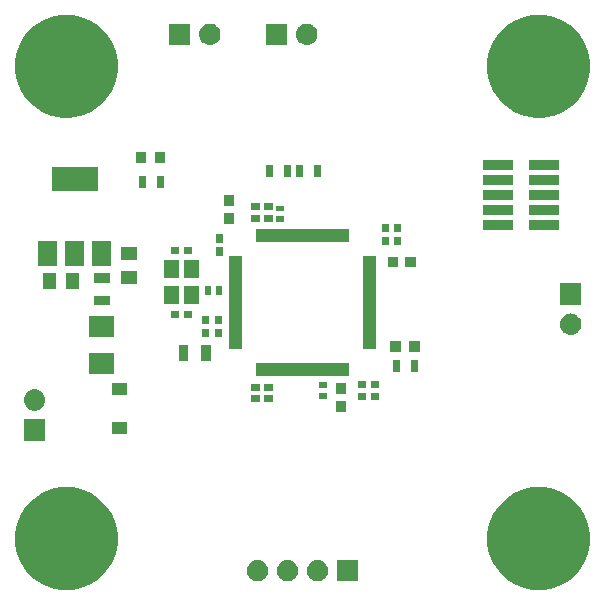
<source format=gbr>
G04 #@! TF.GenerationSoftware,KiCad,Pcbnew,(5.0.1-3-g963ef8bb5)*
G04 #@! TF.CreationDate,2020-12-22T09:25:36-05:00*
G04 #@! TF.ProjectId,STM32F4_Breakout,53544D333246345F427265616B6F7574,rev?*
G04 #@! TF.SameCoordinates,Original*
G04 #@! TF.FileFunction,Soldermask,Top*
G04 #@! TF.FilePolarity,Negative*
%FSLAX46Y46*%
G04 Gerber Fmt 4.6, Leading zero omitted, Abs format (unit mm)*
G04 Created by KiCad (PCBNEW (5.0.1-3-g963ef8bb5)) date Tuesday, December 22, 2020 at 09:25:36 am*
%MOMM*%
%LPD*%
G01*
G04 APERTURE LIST*
%ADD10C,0.100000*%
G04 APERTURE END LIST*
D10*
G36*
X87548156Y-87672794D02*
X88269140Y-87816206D01*
X89060972Y-88144193D01*
X89773601Y-88620357D01*
X90379643Y-89226399D01*
X90855807Y-89939028D01*
X91183794Y-90730860D01*
X91351000Y-91571464D01*
X91351000Y-92428536D01*
X91183794Y-93269140D01*
X90855807Y-94060972D01*
X90379643Y-94773601D01*
X89773601Y-95379643D01*
X89060972Y-95855807D01*
X88269140Y-96183794D01*
X87548156Y-96327206D01*
X87428537Y-96351000D01*
X86571463Y-96351000D01*
X86451844Y-96327206D01*
X85730860Y-96183794D01*
X84939028Y-95855807D01*
X84226399Y-95379643D01*
X83620357Y-94773601D01*
X83144193Y-94060972D01*
X82816206Y-93269140D01*
X82649000Y-92428536D01*
X82649000Y-91571464D01*
X82816206Y-90730860D01*
X83144193Y-89939028D01*
X83620357Y-89226399D01*
X84226399Y-88620357D01*
X84939028Y-88144193D01*
X85730860Y-87816206D01*
X86451844Y-87672794D01*
X86571463Y-87649000D01*
X87428537Y-87649000D01*
X87548156Y-87672794D01*
X87548156Y-87672794D01*
G37*
G36*
X47548156Y-87672794D02*
X48269140Y-87816206D01*
X49060972Y-88144193D01*
X49773601Y-88620357D01*
X50379643Y-89226399D01*
X50855807Y-89939028D01*
X51183794Y-90730860D01*
X51351000Y-91571464D01*
X51351000Y-92428536D01*
X51183794Y-93269140D01*
X50855807Y-94060972D01*
X50379643Y-94773601D01*
X49773601Y-95379643D01*
X49060972Y-95855807D01*
X48269140Y-96183794D01*
X47548156Y-96327206D01*
X47428537Y-96351000D01*
X46571463Y-96351000D01*
X46451844Y-96327206D01*
X45730860Y-96183794D01*
X44939028Y-95855807D01*
X44226399Y-95379643D01*
X43620357Y-94773601D01*
X43144193Y-94060972D01*
X42816206Y-93269140D01*
X42649000Y-92428536D01*
X42649000Y-91571464D01*
X42816206Y-90730860D01*
X43144193Y-89939028D01*
X43620357Y-89226399D01*
X44226399Y-88620357D01*
X44939028Y-88144193D01*
X45730860Y-87816206D01*
X46451844Y-87672794D01*
X46571463Y-87649000D01*
X47428537Y-87649000D01*
X47548156Y-87672794D01*
X47548156Y-87672794D01*
G37*
G36*
X71701000Y-95601000D02*
X69899000Y-95601000D01*
X69899000Y-93799000D01*
X71701000Y-93799000D01*
X71701000Y-95601000D01*
X71701000Y-95601000D01*
G37*
G36*
X68370443Y-93805519D02*
X68436627Y-93812037D01*
X68549853Y-93846384D01*
X68606467Y-93863557D01*
X68745087Y-93937652D01*
X68762991Y-93947222D01*
X68779840Y-93961050D01*
X68900186Y-94059814D01*
X68961300Y-94134283D01*
X69012778Y-94197009D01*
X69012779Y-94197011D01*
X69096443Y-94353533D01*
X69096443Y-94353534D01*
X69147963Y-94523373D01*
X69165359Y-94700000D01*
X69147963Y-94876627D01*
X69114273Y-94987688D01*
X69096443Y-95046467D01*
X69079126Y-95078864D01*
X69012778Y-95202991D01*
X68983448Y-95238729D01*
X68900186Y-95340186D01*
X68798729Y-95423448D01*
X68762991Y-95452778D01*
X68762989Y-95452779D01*
X68606467Y-95536443D01*
X68549853Y-95553616D01*
X68436627Y-95587963D01*
X68370442Y-95594482D01*
X68304260Y-95601000D01*
X68215740Y-95601000D01*
X68149558Y-95594482D01*
X68083373Y-95587963D01*
X67970147Y-95553616D01*
X67913533Y-95536443D01*
X67757011Y-95452779D01*
X67757009Y-95452778D01*
X67721271Y-95423448D01*
X67619814Y-95340186D01*
X67536552Y-95238729D01*
X67507222Y-95202991D01*
X67440874Y-95078864D01*
X67423557Y-95046467D01*
X67405727Y-94987688D01*
X67372037Y-94876627D01*
X67354641Y-94700000D01*
X67372037Y-94523373D01*
X67423557Y-94353534D01*
X67423557Y-94353533D01*
X67507221Y-94197011D01*
X67507222Y-94197009D01*
X67558700Y-94134283D01*
X67619814Y-94059814D01*
X67740160Y-93961050D01*
X67757009Y-93947222D01*
X67774913Y-93937652D01*
X67913533Y-93863557D01*
X67970147Y-93846384D01*
X68083373Y-93812037D01*
X68149557Y-93805519D01*
X68215740Y-93799000D01*
X68304260Y-93799000D01*
X68370443Y-93805519D01*
X68370443Y-93805519D01*
G37*
G36*
X65830443Y-93805519D02*
X65896627Y-93812037D01*
X66009853Y-93846384D01*
X66066467Y-93863557D01*
X66205087Y-93937652D01*
X66222991Y-93947222D01*
X66239840Y-93961050D01*
X66360186Y-94059814D01*
X66421300Y-94134283D01*
X66472778Y-94197009D01*
X66472779Y-94197011D01*
X66556443Y-94353533D01*
X66556443Y-94353534D01*
X66607963Y-94523373D01*
X66625359Y-94700000D01*
X66607963Y-94876627D01*
X66574273Y-94987688D01*
X66556443Y-95046467D01*
X66539126Y-95078864D01*
X66472778Y-95202991D01*
X66443448Y-95238729D01*
X66360186Y-95340186D01*
X66258729Y-95423448D01*
X66222991Y-95452778D01*
X66222989Y-95452779D01*
X66066467Y-95536443D01*
X66009853Y-95553616D01*
X65896627Y-95587963D01*
X65830442Y-95594482D01*
X65764260Y-95601000D01*
X65675740Y-95601000D01*
X65609558Y-95594482D01*
X65543373Y-95587963D01*
X65430147Y-95553616D01*
X65373533Y-95536443D01*
X65217011Y-95452779D01*
X65217009Y-95452778D01*
X65181271Y-95423448D01*
X65079814Y-95340186D01*
X64996552Y-95238729D01*
X64967222Y-95202991D01*
X64900874Y-95078864D01*
X64883557Y-95046467D01*
X64865727Y-94987688D01*
X64832037Y-94876627D01*
X64814641Y-94700000D01*
X64832037Y-94523373D01*
X64883557Y-94353534D01*
X64883557Y-94353533D01*
X64967221Y-94197011D01*
X64967222Y-94197009D01*
X65018700Y-94134283D01*
X65079814Y-94059814D01*
X65200160Y-93961050D01*
X65217009Y-93947222D01*
X65234913Y-93937652D01*
X65373533Y-93863557D01*
X65430147Y-93846384D01*
X65543373Y-93812037D01*
X65609557Y-93805519D01*
X65675740Y-93799000D01*
X65764260Y-93799000D01*
X65830443Y-93805519D01*
X65830443Y-93805519D01*
G37*
G36*
X63290443Y-93805519D02*
X63356627Y-93812037D01*
X63469853Y-93846384D01*
X63526467Y-93863557D01*
X63665087Y-93937652D01*
X63682991Y-93947222D01*
X63699840Y-93961050D01*
X63820186Y-94059814D01*
X63881300Y-94134283D01*
X63932778Y-94197009D01*
X63932779Y-94197011D01*
X64016443Y-94353533D01*
X64016443Y-94353534D01*
X64067963Y-94523373D01*
X64085359Y-94700000D01*
X64067963Y-94876627D01*
X64034273Y-94987688D01*
X64016443Y-95046467D01*
X63999126Y-95078864D01*
X63932778Y-95202991D01*
X63903448Y-95238729D01*
X63820186Y-95340186D01*
X63718729Y-95423448D01*
X63682991Y-95452778D01*
X63682989Y-95452779D01*
X63526467Y-95536443D01*
X63469853Y-95553616D01*
X63356627Y-95587963D01*
X63290442Y-95594482D01*
X63224260Y-95601000D01*
X63135740Y-95601000D01*
X63069558Y-95594482D01*
X63003373Y-95587963D01*
X62890147Y-95553616D01*
X62833533Y-95536443D01*
X62677011Y-95452779D01*
X62677009Y-95452778D01*
X62641271Y-95423448D01*
X62539814Y-95340186D01*
X62456552Y-95238729D01*
X62427222Y-95202991D01*
X62360874Y-95078864D01*
X62343557Y-95046467D01*
X62325727Y-94987688D01*
X62292037Y-94876627D01*
X62274641Y-94700000D01*
X62292037Y-94523373D01*
X62343557Y-94353534D01*
X62343557Y-94353533D01*
X62427221Y-94197011D01*
X62427222Y-94197009D01*
X62478700Y-94134283D01*
X62539814Y-94059814D01*
X62660160Y-93961050D01*
X62677009Y-93947222D01*
X62694913Y-93937652D01*
X62833533Y-93863557D01*
X62890147Y-93846384D01*
X63003373Y-93812037D01*
X63069557Y-93805519D01*
X63135740Y-93799000D01*
X63224260Y-93799000D01*
X63290443Y-93805519D01*
X63290443Y-93805519D01*
G37*
G36*
X45201000Y-83701000D02*
X43399000Y-83701000D01*
X43399000Y-81899000D01*
X45201000Y-81899000D01*
X45201000Y-83701000D01*
X45201000Y-83701000D01*
G37*
G36*
X52151000Y-83151000D02*
X50849000Y-83151000D01*
X50849000Y-82149000D01*
X52151000Y-82149000D01*
X52151000Y-83151000D01*
X52151000Y-83151000D01*
G37*
G36*
X70676000Y-81251000D02*
X69824000Y-81251000D01*
X69824000Y-80349000D01*
X70676000Y-80349000D01*
X70676000Y-81251000D01*
X70676000Y-81251000D01*
G37*
G36*
X44410442Y-79365518D02*
X44476627Y-79372037D01*
X44589853Y-79406384D01*
X44646467Y-79423557D01*
X44744579Y-79476000D01*
X44802991Y-79507222D01*
X44838729Y-79536552D01*
X44940186Y-79619814D01*
X45023448Y-79721271D01*
X45052778Y-79757009D01*
X45052779Y-79757011D01*
X45136443Y-79913533D01*
X45136443Y-79913534D01*
X45187963Y-80083373D01*
X45205359Y-80260000D01*
X45187963Y-80436627D01*
X45176019Y-80476000D01*
X45136443Y-80606467D01*
X45062348Y-80745087D01*
X45052778Y-80762991D01*
X45023448Y-80798729D01*
X44940186Y-80900186D01*
X44838729Y-80983448D01*
X44802991Y-81012778D01*
X44802989Y-81012779D01*
X44646467Y-81096443D01*
X44589853Y-81113616D01*
X44476627Y-81147963D01*
X44410443Y-81154481D01*
X44344260Y-81161000D01*
X44255740Y-81161000D01*
X44189557Y-81154481D01*
X44123373Y-81147963D01*
X44010147Y-81113616D01*
X43953533Y-81096443D01*
X43797011Y-81012779D01*
X43797009Y-81012778D01*
X43761271Y-80983448D01*
X43659814Y-80900186D01*
X43576552Y-80798729D01*
X43547222Y-80762991D01*
X43537652Y-80745087D01*
X43463557Y-80606467D01*
X43423981Y-80476000D01*
X43412037Y-80436627D01*
X43394641Y-80260000D01*
X43412037Y-80083373D01*
X43463557Y-79913534D01*
X43463557Y-79913533D01*
X43547221Y-79757011D01*
X43547222Y-79757009D01*
X43576552Y-79721271D01*
X43659814Y-79619814D01*
X43761271Y-79536552D01*
X43797009Y-79507222D01*
X43855421Y-79476000D01*
X43953533Y-79423557D01*
X44010147Y-79406384D01*
X44123373Y-79372037D01*
X44189558Y-79365518D01*
X44255740Y-79359000D01*
X44344260Y-79359000D01*
X44410442Y-79365518D01*
X44410442Y-79365518D01*
G37*
G36*
X63351000Y-80476000D02*
X62649000Y-80476000D01*
X62649000Y-79874000D01*
X63351000Y-79874000D01*
X63351000Y-80476000D01*
X63351000Y-80476000D01*
G37*
G36*
X64451000Y-80476000D02*
X63749000Y-80476000D01*
X63749000Y-79874000D01*
X64451000Y-79874000D01*
X64451000Y-80476000D01*
X64451000Y-80476000D01*
G37*
G36*
X72371719Y-80272942D02*
X71669719Y-80272942D01*
X71669719Y-79670942D01*
X72371719Y-79670942D01*
X72371719Y-80272942D01*
X72371719Y-80272942D01*
G37*
G36*
X73471719Y-80272942D02*
X72769719Y-80272942D01*
X72769719Y-79670942D01*
X73471719Y-79670942D01*
X73471719Y-80272942D01*
X73471719Y-80272942D01*
G37*
G36*
X69101000Y-80151000D02*
X68399000Y-80151000D01*
X68399000Y-79649000D01*
X69101000Y-79649000D01*
X69101000Y-80151000D01*
X69101000Y-80151000D01*
G37*
G36*
X52151000Y-79851000D02*
X50849000Y-79851000D01*
X50849000Y-78849000D01*
X52151000Y-78849000D01*
X52151000Y-79851000D01*
X52151000Y-79851000D01*
G37*
G36*
X70676000Y-79751000D02*
X69824000Y-79751000D01*
X69824000Y-78849000D01*
X70676000Y-78849000D01*
X70676000Y-79751000D01*
X70676000Y-79751000D01*
G37*
G36*
X64451000Y-79476000D02*
X63749000Y-79476000D01*
X63749000Y-78874000D01*
X64451000Y-78874000D01*
X64451000Y-79476000D01*
X64451000Y-79476000D01*
G37*
G36*
X63351000Y-79476000D02*
X62649000Y-79476000D01*
X62649000Y-78874000D01*
X63351000Y-78874000D01*
X63351000Y-79476000D01*
X63351000Y-79476000D01*
G37*
G36*
X73471719Y-79272942D02*
X72769719Y-79272942D01*
X72769719Y-78670942D01*
X73471719Y-78670942D01*
X73471719Y-79272942D01*
X73471719Y-79272942D01*
G37*
G36*
X72371719Y-79272942D02*
X71669719Y-79272942D01*
X71669719Y-78670942D01*
X72371719Y-78670942D01*
X72371719Y-79272942D01*
X72371719Y-79272942D01*
G37*
G36*
X69101000Y-79251000D02*
X68399000Y-79251000D01*
X68399000Y-78749000D01*
X69101000Y-78749000D01*
X69101000Y-79251000D01*
X69101000Y-79251000D01*
G37*
G36*
X70926000Y-78251000D02*
X63074000Y-78251000D01*
X63074000Y-77149000D01*
X70926000Y-77149000D01*
X70926000Y-78251000D01*
X70926000Y-78251000D01*
G37*
G36*
X51066000Y-78056000D02*
X48934000Y-78056000D01*
X48934000Y-76304000D01*
X51066000Y-76304000D01*
X51066000Y-78056000D01*
X51066000Y-78056000D01*
G37*
G36*
X75251000Y-77901000D02*
X74649000Y-77901000D01*
X74649000Y-76899000D01*
X75251000Y-76899000D01*
X75251000Y-77901000D01*
X75251000Y-77901000D01*
G37*
G36*
X76751000Y-77901000D02*
X76149000Y-77901000D01*
X76149000Y-76899000D01*
X76751000Y-76899000D01*
X76751000Y-77901000D01*
X76751000Y-77901000D01*
G37*
G36*
X57301000Y-77001000D02*
X56499000Y-77001000D01*
X56499000Y-75599000D01*
X57301000Y-75599000D01*
X57301000Y-77001000D01*
X57301000Y-77001000D01*
G37*
G36*
X59201000Y-77001000D02*
X58399000Y-77001000D01*
X58399000Y-75599000D01*
X59201000Y-75599000D01*
X59201000Y-77001000D01*
X59201000Y-77001000D01*
G37*
G36*
X75301000Y-76201000D02*
X74399000Y-76201000D01*
X74399000Y-75299000D01*
X75301000Y-75299000D01*
X75301000Y-76201000D01*
X75301000Y-76201000D01*
G37*
G36*
X76901000Y-76201000D02*
X75999000Y-76201000D01*
X75999000Y-75299000D01*
X76901000Y-75299000D01*
X76901000Y-76201000D01*
X76901000Y-76201000D01*
G37*
G36*
X73251000Y-75926000D02*
X72149000Y-75926000D01*
X72149000Y-68074000D01*
X73251000Y-68074000D01*
X73251000Y-75926000D01*
X73251000Y-75926000D01*
G37*
G36*
X61851000Y-75926000D02*
X60749000Y-75926000D01*
X60749000Y-68074000D01*
X61851000Y-68074000D01*
X61851000Y-75926000D01*
X61851000Y-75926000D01*
G37*
G36*
X60201000Y-74951000D02*
X59599000Y-74951000D01*
X59599000Y-74249000D01*
X60201000Y-74249000D01*
X60201000Y-74951000D01*
X60201000Y-74951000D01*
G37*
G36*
X59101000Y-74951000D02*
X58499000Y-74951000D01*
X58499000Y-74249000D01*
X59101000Y-74249000D01*
X59101000Y-74951000D01*
X59101000Y-74951000D01*
G37*
G36*
X51066000Y-74896000D02*
X48934000Y-74896000D01*
X48934000Y-73144000D01*
X51066000Y-73144000D01*
X51066000Y-74896000D01*
X51066000Y-74896000D01*
G37*
G36*
X89810443Y-72945519D02*
X89876627Y-72952037D01*
X89989853Y-72986384D01*
X90046467Y-73003557D01*
X90178255Y-73074000D01*
X90202991Y-73087222D01*
X90238729Y-73116552D01*
X90340186Y-73199814D01*
X90423226Y-73301000D01*
X90452778Y-73337009D01*
X90452779Y-73337011D01*
X90536443Y-73493533D01*
X90536443Y-73493534D01*
X90587963Y-73663373D01*
X90605359Y-73840000D01*
X90587963Y-74016627D01*
X90570559Y-74074000D01*
X90536443Y-74186467D01*
X90503018Y-74249000D01*
X90452778Y-74342991D01*
X90423448Y-74378729D01*
X90340186Y-74480186D01*
X90238729Y-74563448D01*
X90202991Y-74592778D01*
X90202989Y-74592779D01*
X90046467Y-74676443D01*
X89989853Y-74693616D01*
X89876627Y-74727963D01*
X89810443Y-74734481D01*
X89744260Y-74741000D01*
X89655740Y-74741000D01*
X89589557Y-74734481D01*
X89523373Y-74727963D01*
X89410147Y-74693616D01*
X89353533Y-74676443D01*
X89197011Y-74592779D01*
X89197009Y-74592778D01*
X89161271Y-74563448D01*
X89059814Y-74480186D01*
X88976552Y-74378729D01*
X88947222Y-74342991D01*
X88896982Y-74249000D01*
X88863557Y-74186467D01*
X88829441Y-74074000D01*
X88812037Y-74016627D01*
X88794641Y-73840000D01*
X88812037Y-73663373D01*
X88863557Y-73493534D01*
X88863557Y-73493533D01*
X88947221Y-73337011D01*
X88947222Y-73337009D01*
X88976774Y-73301000D01*
X89059814Y-73199814D01*
X89161271Y-73116552D01*
X89197009Y-73087222D01*
X89221745Y-73074000D01*
X89353533Y-73003557D01*
X89410147Y-72986384D01*
X89523373Y-72952037D01*
X89589557Y-72945519D01*
X89655740Y-72939000D01*
X89744260Y-72939000D01*
X89810443Y-72945519D01*
X89810443Y-72945519D01*
G37*
G36*
X60201000Y-73851000D02*
X59599000Y-73851000D01*
X59599000Y-73149000D01*
X60201000Y-73149000D01*
X60201000Y-73851000D01*
X60201000Y-73851000D01*
G37*
G36*
X59101000Y-73851000D02*
X58499000Y-73851000D01*
X58499000Y-73149000D01*
X59101000Y-73149000D01*
X59101000Y-73851000D01*
X59101000Y-73851000D01*
G37*
G36*
X56551000Y-73301000D02*
X55849000Y-73301000D01*
X55849000Y-72699000D01*
X56551000Y-72699000D01*
X56551000Y-73301000D01*
X56551000Y-73301000D01*
G37*
G36*
X57651000Y-73301000D02*
X56949000Y-73301000D01*
X56949000Y-72699000D01*
X57651000Y-72699000D01*
X57651000Y-73301000D01*
X57651000Y-73301000D01*
G37*
G36*
X50701000Y-72251000D02*
X49299000Y-72251000D01*
X49299000Y-71449000D01*
X50701000Y-71449000D01*
X50701000Y-72251000D01*
X50701000Y-72251000D01*
G37*
G36*
X90601000Y-72201000D02*
X88799000Y-72201000D01*
X88799000Y-70399000D01*
X90601000Y-70399000D01*
X90601000Y-72201000D01*
X90601000Y-72201000D01*
G37*
G36*
X58251000Y-72151000D02*
X56949000Y-72151000D01*
X56949000Y-70649000D01*
X58251000Y-70649000D01*
X58251000Y-72151000D01*
X58251000Y-72151000D01*
G37*
G36*
X56551000Y-72151000D02*
X55249000Y-72151000D01*
X55249000Y-70649000D01*
X56551000Y-70649000D01*
X56551000Y-72151000D01*
X56551000Y-72151000D01*
G37*
G36*
X60151000Y-71351000D02*
X59649000Y-71351000D01*
X59649000Y-70649000D01*
X60151000Y-70649000D01*
X60151000Y-71351000D01*
X60151000Y-71351000D01*
G37*
G36*
X59251000Y-71351000D02*
X58749000Y-71351000D01*
X58749000Y-70649000D01*
X59251000Y-70649000D01*
X59251000Y-71351000D01*
X59251000Y-71351000D01*
G37*
G36*
X46101000Y-70876000D02*
X44999000Y-70876000D01*
X44999000Y-69524000D01*
X46101000Y-69524000D01*
X46101000Y-70876000D01*
X46101000Y-70876000D01*
G37*
G36*
X48101000Y-70876000D02*
X46999000Y-70876000D01*
X46999000Y-69524000D01*
X48101000Y-69524000D01*
X48101000Y-70876000D01*
X48101000Y-70876000D01*
G37*
G36*
X52976000Y-70451000D02*
X51624000Y-70451000D01*
X51624000Y-69349000D01*
X52976000Y-69349000D01*
X52976000Y-70451000D01*
X52976000Y-70451000D01*
G37*
G36*
X50701000Y-70351000D02*
X49299000Y-70351000D01*
X49299000Y-69549000D01*
X50701000Y-69549000D01*
X50701000Y-70351000D01*
X50701000Y-70351000D01*
G37*
G36*
X58251000Y-69951000D02*
X56949000Y-69951000D01*
X56949000Y-68449000D01*
X58251000Y-68449000D01*
X58251000Y-69951000D01*
X58251000Y-69951000D01*
G37*
G36*
X56551000Y-69951000D02*
X55249000Y-69951000D01*
X55249000Y-68449000D01*
X56551000Y-68449000D01*
X56551000Y-69951000D01*
X56551000Y-69951000D01*
G37*
G36*
X75101000Y-68976000D02*
X74199000Y-68976000D01*
X74199000Y-68124000D01*
X75101000Y-68124000D01*
X75101000Y-68976000D01*
X75101000Y-68976000D01*
G37*
G36*
X76601000Y-68976000D02*
X75699000Y-68976000D01*
X75699000Y-68124000D01*
X76601000Y-68124000D01*
X76601000Y-68976000D01*
X76601000Y-68976000D01*
G37*
G36*
X46201000Y-68901000D02*
X44599000Y-68901000D01*
X44599000Y-66799000D01*
X46201000Y-66799000D01*
X46201000Y-68901000D01*
X46201000Y-68901000D01*
G37*
G36*
X48501000Y-68901000D02*
X46899000Y-68901000D01*
X46899000Y-66799000D01*
X48501000Y-66799000D01*
X48501000Y-68901000D01*
X48501000Y-68901000D01*
G37*
G36*
X50801000Y-68901000D02*
X49199000Y-68901000D01*
X49199000Y-66799000D01*
X50801000Y-66799000D01*
X50801000Y-68901000D01*
X50801000Y-68901000D01*
G37*
G36*
X52976000Y-68451000D02*
X51624000Y-68451000D01*
X51624000Y-67349000D01*
X52976000Y-67349000D01*
X52976000Y-68451000D01*
X52976000Y-68451000D01*
G37*
G36*
X60301000Y-68051000D02*
X59699000Y-68051000D01*
X59699000Y-67349000D01*
X60301000Y-67349000D01*
X60301000Y-68051000D01*
X60301000Y-68051000D01*
G37*
G36*
X56551000Y-67901000D02*
X55849000Y-67901000D01*
X55849000Y-67299000D01*
X56551000Y-67299000D01*
X56551000Y-67901000D01*
X56551000Y-67901000D01*
G37*
G36*
X57651000Y-67901000D02*
X56949000Y-67901000D01*
X56949000Y-67299000D01*
X57651000Y-67299000D01*
X57651000Y-67901000D01*
X57651000Y-67901000D01*
G37*
G36*
X75301000Y-67151000D02*
X74699000Y-67151000D01*
X74699000Y-66449000D01*
X75301000Y-66449000D01*
X75301000Y-67151000D01*
X75301000Y-67151000D01*
G37*
G36*
X74301000Y-67151000D02*
X73699000Y-67151000D01*
X73699000Y-66449000D01*
X74301000Y-66449000D01*
X74301000Y-67151000D01*
X74301000Y-67151000D01*
G37*
G36*
X60301000Y-66951000D02*
X59699000Y-66951000D01*
X59699000Y-66249000D01*
X60301000Y-66249000D01*
X60301000Y-66951000D01*
X60301000Y-66951000D01*
G37*
G36*
X70926000Y-66851000D02*
X63074000Y-66851000D01*
X63074000Y-65749000D01*
X70926000Y-65749000D01*
X70926000Y-66851000D01*
X70926000Y-66851000D01*
G37*
G36*
X75301000Y-66051000D02*
X74699000Y-66051000D01*
X74699000Y-65349000D01*
X75301000Y-65349000D01*
X75301000Y-66051000D01*
X75301000Y-66051000D01*
G37*
G36*
X74301000Y-66051000D02*
X73699000Y-66051000D01*
X73699000Y-65349000D01*
X74301000Y-65349000D01*
X74301000Y-66051000D01*
X74301000Y-66051000D01*
G37*
G36*
X84801000Y-65861000D02*
X82299000Y-65861000D01*
X82299000Y-65019000D01*
X84801000Y-65019000D01*
X84801000Y-65861000D01*
X84801000Y-65861000D01*
G37*
G36*
X88701000Y-65861000D02*
X86199000Y-65861000D01*
X86199000Y-65019000D01*
X88701000Y-65019000D01*
X88701000Y-65861000D01*
X88701000Y-65861000D01*
G37*
G36*
X61176000Y-65351000D02*
X60324000Y-65351000D01*
X60324000Y-64449000D01*
X61176000Y-64449000D01*
X61176000Y-65351000D01*
X61176000Y-65351000D01*
G37*
G36*
X64451000Y-65201000D02*
X63749000Y-65201000D01*
X63749000Y-64599000D01*
X64451000Y-64599000D01*
X64451000Y-65201000D01*
X64451000Y-65201000D01*
G37*
G36*
X63351000Y-65201000D02*
X62649000Y-65201000D01*
X62649000Y-64599000D01*
X63351000Y-64599000D01*
X63351000Y-65201000D01*
X63351000Y-65201000D01*
G37*
G36*
X65451000Y-65201000D02*
X64749000Y-65201000D01*
X64749000Y-64699000D01*
X65451000Y-64699000D01*
X65451000Y-65201000D01*
X65451000Y-65201000D01*
G37*
G36*
X84801000Y-64591000D02*
X82299000Y-64591000D01*
X82299000Y-63749000D01*
X84801000Y-63749000D01*
X84801000Y-64591000D01*
X84801000Y-64591000D01*
G37*
G36*
X88701000Y-64591000D02*
X86199000Y-64591000D01*
X86199000Y-63749000D01*
X88701000Y-63749000D01*
X88701000Y-64591000D01*
X88701000Y-64591000D01*
G37*
G36*
X65451000Y-64301000D02*
X64749000Y-64301000D01*
X64749000Y-63799000D01*
X65451000Y-63799000D01*
X65451000Y-64301000D01*
X65451000Y-64301000D01*
G37*
G36*
X63351000Y-64201000D02*
X62649000Y-64201000D01*
X62649000Y-63599000D01*
X63351000Y-63599000D01*
X63351000Y-64201000D01*
X63351000Y-64201000D01*
G37*
G36*
X64451000Y-64201000D02*
X63749000Y-64201000D01*
X63749000Y-63599000D01*
X64451000Y-63599000D01*
X64451000Y-64201000D01*
X64451000Y-64201000D01*
G37*
G36*
X61176000Y-63851000D02*
X60324000Y-63851000D01*
X60324000Y-62949000D01*
X61176000Y-62949000D01*
X61176000Y-63851000D01*
X61176000Y-63851000D01*
G37*
G36*
X88701000Y-63321000D02*
X86199000Y-63321000D01*
X86199000Y-62479000D01*
X88701000Y-62479000D01*
X88701000Y-63321000D01*
X88701000Y-63321000D01*
G37*
G36*
X84801000Y-63321000D02*
X82299000Y-63321000D01*
X82299000Y-62479000D01*
X84801000Y-62479000D01*
X84801000Y-63321000D01*
X84801000Y-63321000D01*
G37*
G36*
X49651000Y-62601000D02*
X45749000Y-62601000D01*
X45749000Y-60499000D01*
X49651000Y-60499000D01*
X49651000Y-62601000D01*
X49651000Y-62601000D01*
G37*
G36*
X53751000Y-62283000D02*
X53149000Y-62283000D01*
X53149000Y-61281000D01*
X53751000Y-61281000D01*
X53751000Y-62283000D01*
X53751000Y-62283000D01*
G37*
G36*
X55251000Y-62283000D02*
X54649000Y-62283000D01*
X54649000Y-61281000D01*
X55251000Y-61281000D01*
X55251000Y-62283000D01*
X55251000Y-62283000D01*
G37*
G36*
X88701000Y-62051000D02*
X86199000Y-62051000D01*
X86199000Y-61209000D01*
X88701000Y-61209000D01*
X88701000Y-62051000D01*
X88701000Y-62051000D01*
G37*
G36*
X84801000Y-62051000D02*
X82299000Y-62051000D01*
X82299000Y-61209000D01*
X84801000Y-61209000D01*
X84801000Y-62051000D01*
X84801000Y-62051000D01*
G37*
G36*
X67051000Y-61351000D02*
X66449000Y-61351000D01*
X66449000Y-60349000D01*
X67051000Y-60349000D01*
X67051000Y-61351000D01*
X67051000Y-61351000D01*
G37*
G36*
X66001000Y-61351000D02*
X65399000Y-61351000D01*
X65399000Y-60349000D01*
X66001000Y-60349000D01*
X66001000Y-61351000D01*
X66001000Y-61351000D01*
G37*
G36*
X64501000Y-61351000D02*
X63899000Y-61351000D01*
X63899000Y-60349000D01*
X64501000Y-60349000D01*
X64501000Y-61351000D01*
X64501000Y-61351000D01*
G37*
G36*
X68551000Y-61351000D02*
X67949000Y-61351000D01*
X67949000Y-60349000D01*
X68551000Y-60349000D01*
X68551000Y-61351000D01*
X68551000Y-61351000D01*
G37*
G36*
X88701000Y-60781000D02*
X86199000Y-60781000D01*
X86199000Y-59939000D01*
X88701000Y-59939000D01*
X88701000Y-60781000D01*
X88701000Y-60781000D01*
G37*
G36*
X84801000Y-60781000D02*
X82299000Y-60781000D01*
X82299000Y-59939000D01*
X84801000Y-59939000D01*
X84801000Y-60781000D01*
X84801000Y-60781000D01*
G37*
G36*
X55378000Y-60201000D02*
X54476000Y-60201000D01*
X54476000Y-59299000D01*
X55378000Y-59299000D01*
X55378000Y-60201000D01*
X55378000Y-60201000D01*
G37*
G36*
X53778000Y-60201000D02*
X52876000Y-60201000D01*
X52876000Y-59299000D01*
X53778000Y-59299000D01*
X53778000Y-60201000D01*
X53778000Y-60201000D01*
G37*
G36*
X87548156Y-47672794D02*
X88269140Y-47816206D01*
X89060972Y-48144193D01*
X89773601Y-48620357D01*
X90379643Y-49226399D01*
X90855807Y-49939028D01*
X91183794Y-50730860D01*
X91351000Y-51571464D01*
X91351000Y-52428536D01*
X91183794Y-53269140D01*
X90855807Y-54060972D01*
X90379643Y-54773601D01*
X89773601Y-55379643D01*
X89060972Y-55855807D01*
X88269140Y-56183794D01*
X87548156Y-56327206D01*
X87428537Y-56351000D01*
X86571463Y-56351000D01*
X86451844Y-56327206D01*
X85730860Y-56183794D01*
X84939028Y-55855807D01*
X84226399Y-55379643D01*
X83620357Y-54773601D01*
X83144193Y-54060972D01*
X82816206Y-53269140D01*
X82649000Y-52428536D01*
X82649000Y-51571464D01*
X82816206Y-50730860D01*
X83144193Y-49939028D01*
X83620357Y-49226399D01*
X84226399Y-48620357D01*
X84939028Y-48144193D01*
X85730860Y-47816206D01*
X86451844Y-47672794D01*
X86571463Y-47649000D01*
X87428537Y-47649000D01*
X87548156Y-47672794D01*
X87548156Y-47672794D01*
G37*
G36*
X47548156Y-47672794D02*
X48269140Y-47816206D01*
X49060972Y-48144193D01*
X49773601Y-48620357D01*
X50379643Y-49226399D01*
X50855807Y-49939028D01*
X51183794Y-50730860D01*
X51351000Y-51571464D01*
X51351000Y-52428536D01*
X51183794Y-53269140D01*
X50855807Y-54060972D01*
X50379643Y-54773601D01*
X49773601Y-55379643D01*
X49060972Y-55855807D01*
X48269140Y-56183794D01*
X47548156Y-56327206D01*
X47428537Y-56351000D01*
X46571463Y-56351000D01*
X46451844Y-56327206D01*
X45730860Y-56183794D01*
X44939028Y-55855807D01*
X44226399Y-55379643D01*
X43620357Y-54773601D01*
X43144193Y-54060972D01*
X42816206Y-53269140D01*
X42649000Y-52428536D01*
X42649000Y-51571464D01*
X42816206Y-50730860D01*
X43144193Y-49939028D01*
X43620357Y-49226399D01*
X44226399Y-48620357D01*
X44939028Y-48144193D01*
X45730860Y-47816206D01*
X46451844Y-47672794D01*
X46571463Y-47649000D01*
X47428537Y-47649000D01*
X47548156Y-47672794D01*
X47548156Y-47672794D01*
G37*
G36*
X67450443Y-48405519D02*
X67516627Y-48412037D01*
X67629853Y-48446384D01*
X67686467Y-48463557D01*
X67825087Y-48537652D01*
X67842991Y-48547222D01*
X67878729Y-48576552D01*
X67980186Y-48659814D01*
X68034220Y-48725656D01*
X68092778Y-48797009D01*
X68092779Y-48797011D01*
X68176443Y-48953533D01*
X68176443Y-48953534D01*
X68227963Y-49123373D01*
X68245359Y-49300000D01*
X68227963Y-49476627D01*
X68198594Y-49573445D01*
X68176443Y-49646467D01*
X68163737Y-49670237D01*
X68092778Y-49802991D01*
X68063448Y-49838729D01*
X67980186Y-49940186D01*
X67878729Y-50023448D01*
X67842991Y-50052778D01*
X67842989Y-50052779D01*
X67686467Y-50136443D01*
X67629853Y-50153616D01*
X67516627Y-50187963D01*
X67450442Y-50194482D01*
X67384260Y-50201000D01*
X67295740Y-50201000D01*
X67229558Y-50194482D01*
X67163373Y-50187963D01*
X67050147Y-50153616D01*
X66993533Y-50136443D01*
X66837011Y-50052779D01*
X66837009Y-50052778D01*
X66801271Y-50023448D01*
X66699814Y-49940186D01*
X66616552Y-49838729D01*
X66587222Y-49802991D01*
X66516263Y-49670237D01*
X66503557Y-49646467D01*
X66481406Y-49573445D01*
X66452037Y-49476627D01*
X66434641Y-49300000D01*
X66452037Y-49123373D01*
X66503557Y-48953534D01*
X66503557Y-48953533D01*
X66587221Y-48797011D01*
X66587222Y-48797009D01*
X66645780Y-48725656D01*
X66699814Y-48659814D01*
X66801271Y-48576552D01*
X66837009Y-48547222D01*
X66854913Y-48537652D01*
X66993533Y-48463557D01*
X67050147Y-48446384D01*
X67163373Y-48412037D01*
X67229557Y-48405519D01*
X67295740Y-48399000D01*
X67384260Y-48399000D01*
X67450443Y-48405519D01*
X67450443Y-48405519D01*
G37*
G36*
X65701000Y-50201000D02*
X63899000Y-50201000D01*
X63899000Y-48399000D01*
X65701000Y-48399000D01*
X65701000Y-50201000D01*
X65701000Y-50201000D01*
G37*
G36*
X59250443Y-48405519D02*
X59316627Y-48412037D01*
X59429853Y-48446384D01*
X59486467Y-48463557D01*
X59625087Y-48537652D01*
X59642991Y-48547222D01*
X59678729Y-48576552D01*
X59780186Y-48659814D01*
X59834220Y-48725656D01*
X59892778Y-48797009D01*
X59892779Y-48797011D01*
X59976443Y-48953533D01*
X59976443Y-48953534D01*
X60027963Y-49123373D01*
X60045359Y-49300000D01*
X60027963Y-49476627D01*
X59998594Y-49573445D01*
X59976443Y-49646467D01*
X59963737Y-49670237D01*
X59892778Y-49802991D01*
X59863448Y-49838729D01*
X59780186Y-49940186D01*
X59678729Y-50023448D01*
X59642991Y-50052778D01*
X59642989Y-50052779D01*
X59486467Y-50136443D01*
X59429853Y-50153616D01*
X59316627Y-50187963D01*
X59250442Y-50194482D01*
X59184260Y-50201000D01*
X59095740Y-50201000D01*
X59029558Y-50194482D01*
X58963373Y-50187963D01*
X58850147Y-50153616D01*
X58793533Y-50136443D01*
X58637011Y-50052779D01*
X58637009Y-50052778D01*
X58601271Y-50023448D01*
X58499814Y-49940186D01*
X58416552Y-49838729D01*
X58387222Y-49802991D01*
X58316263Y-49670237D01*
X58303557Y-49646467D01*
X58281406Y-49573445D01*
X58252037Y-49476627D01*
X58234641Y-49300000D01*
X58252037Y-49123373D01*
X58303557Y-48953534D01*
X58303557Y-48953533D01*
X58387221Y-48797011D01*
X58387222Y-48797009D01*
X58445780Y-48725656D01*
X58499814Y-48659814D01*
X58601271Y-48576552D01*
X58637009Y-48547222D01*
X58654913Y-48537652D01*
X58793533Y-48463557D01*
X58850147Y-48446384D01*
X58963373Y-48412037D01*
X59029557Y-48405519D01*
X59095740Y-48399000D01*
X59184260Y-48399000D01*
X59250443Y-48405519D01*
X59250443Y-48405519D01*
G37*
G36*
X57501000Y-50201000D02*
X55699000Y-50201000D01*
X55699000Y-48399000D01*
X57501000Y-48399000D01*
X57501000Y-50201000D01*
X57501000Y-50201000D01*
G37*
M02*

</source>
